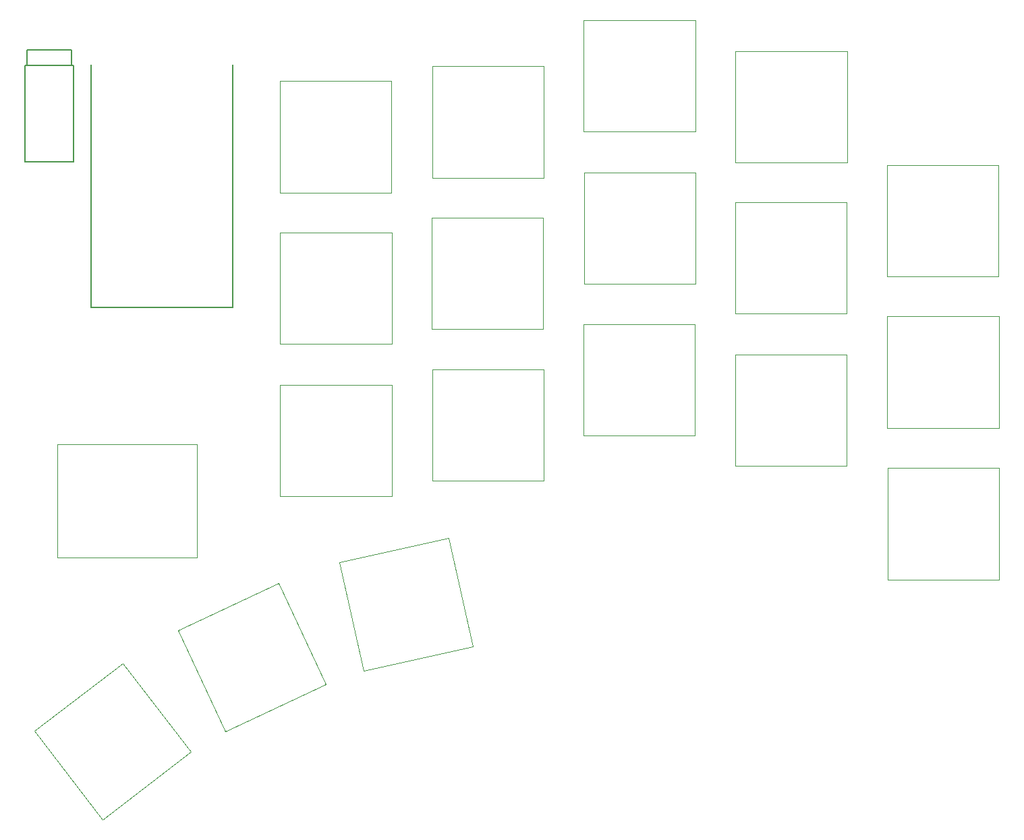
<source format=gbr>
%TF.GenerationSoftware,KiCad,Pcbnew,(5.1.7)-1*%
%TF.CreationDate,2021-07-11T12:46:22+05:30*%
%TF.ProjectId,Pankh,50616e6b-682e-46b6-9963-61645f706362,rev?*%
%TF.SameCoordinates,Original*%
%TF.FileFunction,Other,ECO2*%
%FSLAX46Y46*%
G04 Gerber Fmt 4.6, Leading zero omitted, Abs format (unit mm)*
G04 Created by KiCad (PCBNEW (5.1.7)-1) date 2021-07-11 12:46:22*
%MOMM*%
%LPD*%
G01*
G04 APERTURE LIST*
%ADD10C,0.150000*%
%ADD11C,0.120000*%
%ADD12C,0.050000*%
G04 APERTURE END LIST*
D10*
%TO.C,U1*%
X117357177Y-81212930D02*
X99577177Y-81212930D01*
X117357177Y-50732930D02*
X117357177Y-81212930D01*
X99577177Y-50732930D02*
X99577177Y-81212930D01*
D11*
%TO.C,SW10*%
X144400604Y-110167669D02*
X130732460Y-113197823D01*
X147430758Y-123835813D02*
X144400604Y-110167669D01*
X133762614Y-126865967D02*
X147430758Y-123835813D01*
X130732460Y-113197823D02*
X133762614Y-126865967D01*
%TO.C,SW13*%
X194382028Y-68023131D02*
X180382028Y-68023131D01*
X194382028Y-82023131D02*
X194382028Y-68023131D01*
X180382028Y-82023131D02*
X194382028Y-82023131D01*
X180382028Y-68023131D02*
X180382028Y-82023131D01*
%TO.C,SW8*%
X213459757Y-82362119D02*
X199459757Y-82362119D01*
X213459757Y-96362119D02*
X213459757Y-82362119D01*
X199459757Y-96362119D02*
X213459757Y-96362119D01*
X199459757Y-82362119D02*
X199459757Y-96362119D01*
%TO.C,SW7*%
X213416110Y-63327218D02*
X199416110Y-63327218D01*
X213416110Y-77327218D02*
X213416110Y-63327218D01*
X199416110Y-77327218D02*
X213416110Y-77327218D01*
X199416110Y-63327218D02*
X199416110Y-77327218D01*
%TO.C,SW12*%
X194428938Y-49012502D02*
X180428938Y-49012502D01*
X194428938Y-63012502D02*
X194428938Y-49012502D01*
X180428938Y-63012502D02*
X194428938Y-63012502D01*
X180428938Y-49012502D02*
X180428938Y-63012502D01*
%TO.C,SW22*%
X156350904Y-50941666D02*
X142350904Y-50941666D01*
X156350904Y-64941666D02*
X156350904Y-50941666D01*
X142350904Y-64941666D02*
X156350904Y-64941666D01*
X142350904Y-50941666D02*
X142350904Y-64941666D01*
%TO.C,SW26*%
X137217209Y-52802919D02*
X123217209Y-52802919D01*
X137217209Y-66802919D02*
X137217209Y-52802919D01*
X123217209Y-66802919D02*
X137217209Y-66802919D01*
X123217209Y-52802919D02*
X123217209Y-66802919D01*
%TO.C,SW28*%
X137280231Y-90963263D02*
X123280231Y-90963263D01*
X137280231Y-104963263D02*
X137280231Y-90963263D01*
X123280231Y-104963263D02*
X137280231Y-104963263D01*
X123280231Y-90963263D02*
X123280231Y-104963263D01*
%TO.C,SW27*%
X137260853Y-71837813D02*
X123260853Y-71837813D01*
X137260853Y-85837813D02*
X137260853Y-71837813D01*
X123260853Y-85837813D02*
X137260853Y-85837813D01*
X123260853Y-71837813D02*
X123260853Y-85837813D01*
%TO.C,SW24*%
X156347636Y-88987188D02*
X142347636Y-88987188D01*
X156347636Y-102987188D02*
X156347636Y-88987188D01*
X142347636Y-102987188D02*
X156347636Y-102987188D01*
X142347636Y-88987188D02*
X142347636Y-102987188D01*
%TO.C,SW23*%
X156303992Y-69952291D02*
X142303992Y-69952291D01*
X156303992Y-83952291D02*
X156303992Y-69952291D01*
X142303992Y-83952291D02*
X156303992Y-83952291D01*
X142303992Y-69952291D02*
X142303992Y-83952291D01*
%TO.C,SW20*%
X103539575Y-125911274D02*
X92432629Y-134433934D01*
X112062235Y-137018220D02*
X103539575Y-125911274D01*
X100955289Y-145540880D02*
X112062235Y-137018220D01*
X92432629Y-134433934D02*
X100955289Y-145540880D01*
%TO.C,SW19*%
X175340969Y-83303093D02*
X161340969Y-83303093D01*
X175340969Y-97303093D02*
X175340969Y-83303093D01*
X161340969Y-97303093D02*
X175340969Y-97303093D01*
X161340969Y-83303093D02*
X161340969Y-97303093D01*
%TO.C,SW18*%
X175387883Y-64292465D02*
X161387883Y-64292465D01*
X175387883Y-78292465D02*
X175387883Y-64292465D01*
X161387883Y-78292465D02*
X175387883Y-78292465D01*
X161387883Y-64292465D02*
X161387883Y-78292465D01*
%TO.C,SW17*%
X175368502Y-45167014D02*
X161368502Y-45167014D01*
X175368502Y-59167014D02*
X175368502Y-45167014D01*
X161368502Y-59167014D02*
X175368502Y-59167014D01*
X161368502Y-45167014D02*
X161368502Y-59167014D01*
%TO.C,SW15*%
X123116644Y-115870275D02*
X110428335Y-121786930D01*
X129033299Y-128558584D02*
X123116644Y-115870275D01*
X116344990Y-134475239D02*
X129033299Y-128558584D01*
X110428335Y-121786930D02*
X116344990Y-134475239D01*
%TO.C,SW14*%
X194401400Y-87148575D02*
X180401400Y-87148575D01*
X194401400Y-101148575D02*
X194401400Y-87148575D01*
X180401400Y-101148575D02*
X194401400Y-101148575D01*
X180401400Y-87148575D02*
X180401400Y-101148575D01*
%TO.C,SW9*%
X213503400Y-101397020D02*
X199503400Y-101397020D01*
X213503400Y-115397020D02*
X213503400Y-101397020D01*
X199503400Y-115397020D02*
X213503400Y-115397020D01*
X199503400Y-101397020D02*
X199503400Y-115397020D01*
D10*
%TO.C,J2*%
X91243977Y-50847227D02*
X97343977Y-50847227D01*
X97343977Y-50847227D02*
X97343977Y-62947227D01*
X91493977Y-48847227D02*
X97093977Y-48847227D01*
X91243977Y-62947227D02*
X97343977Y-62947227D01*
X97093977Y-50847227D02*
X97093977Y-48847227D01*
X91243977Y-50847227D02*
X91243977Y-62947227D01*
X91493977Y-50847227D02*
X91493977Y-48847227D01*
D12*
%TO.C,RE1*%
X112833977Y-112644227D02*
X95333977Y-112644227D01*
X112833977Y-112644227D02*
X112833977Y-98444227D01*
X95333977Y-98444227D02*
X95333977Y-112644227D01*
X95333977Y-98444227D02*
X112833977Y-98444227D01*
%TD*%
M02*

</source>
